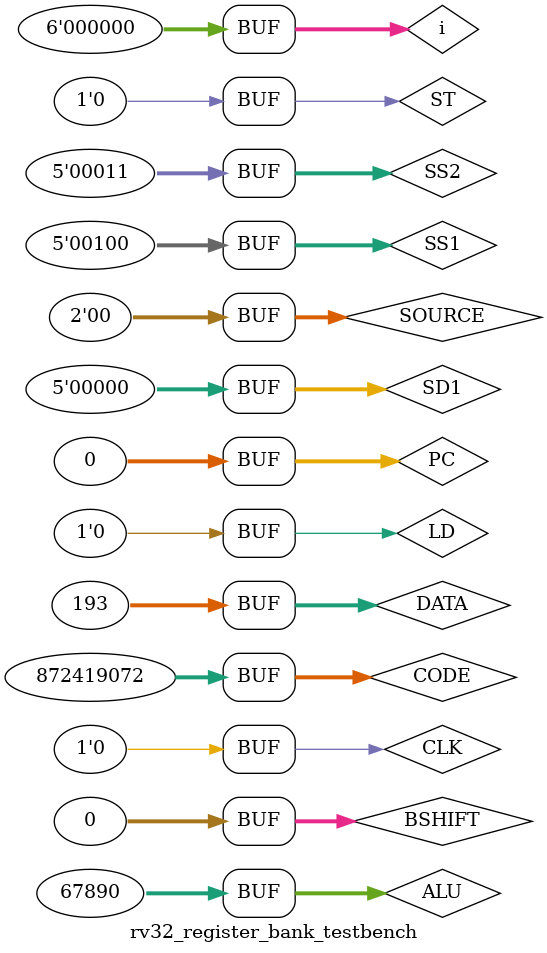
<source format=v>
`timescale 1ns / 1ps


module rv32_register_bank_testbench();

reg CLK;
reg LD;
reg ST;
reg [4:0] SS1;
reg [4:0] SS2;
reg [4:0] SD1;
reg [31:0] CODE;
wire [31:0] ADDR;
wire [31:0] RS1;
wire [31:0] RS2;
reg [31:0] ALU;
reg [31:0] BSHIFT;
reg [31:0] PC;
reg [31:0] DATA;
reg [1:0] SOURCE;
wire BUSY;

reg [5:0] i;

rv32_register_bank RB_TEST (
    .clk(CLK),
    .load(LD),
    .store(ST),
    .sel_s1(SS1),
    .sel_s2(SS2),
    .sel_d1(SD1),
    .code_bus(CODE),
    .data_addr_bus(ADDR),
    .reg_s1(RS1),
    .reg_s2(RS2),
    .alu_reg_d1(ALU),
    .bshift_reg_d1(BSHIFT),
    .pc_reg_d1(PC),
    .data_reg_d1(DATA),
    .source_sel_d1(SOURCE),
    .busy(BUSY));

initial
begin
    //Set up the Simulation.
    CLK <= 0;
    LD <= 0;    //Posedge input.
    ST <= 0;    //Posedge input.
    SS1 <= 0;
    SS2 <= 0;
    SD1 <= 0;    //Posedge input.
    CODE <= 0;
    ALU <= 0;       //Posedge input.
    BSHIFT <= 0;    //Posedge input.
    PC <= 0;        //Posedge input.
    DATA <= 0;      //Posedge input.
    SOURCE <= 0;    //Posedge input.
    i <= 0;
    #10;
    
    //Start Simulation 
    //ALU, PC, Barrel Shifter Sources tested and verified.
    //Loads and Stores will require a dummy instruction in order to successfully work. 
    /*
    for ( i = 0; i < 33; i = i + 1)
    begin
    CLK <= 1;
    #5;
    SOURCE <= 0;    //ALU Result.
    ALU <= 12345 + i;
    SD1 <= i;
    CLK <= 0;
    #5;
    
    SS1 <= i;
    CLK <= 1;
    #5;
    CLK <= 0;
    #5;
    end
    */
    /*
    for ( i = 0; i < 33; i = i + 1)
    begin
    CLK <= 1;
    #5;
    SOURCE <= 1;    //Barrel Shifter Output.
    BSHIFT <= 1 << i;
    SD1 <= i;
    CLK <= 0;
    #5;
    
    SS1 <= i;
    CLK <= 1;
    #5;
    CLK <= 0;
    #5;
    end
    */
    /*
    for ( i = 0; i < 33; i = i + 1)
    begin
    CLK <= 1;
    #5;
    SOURCE <= 2;    //PC Return Address.
    PC <= 11011 + i;
    SD1 <= i;
    CLK <= 0;
    #5;
    
    SS1 <= i;
    CLK <= 1;
    #5;
    CLK <= 0;
    #5;
    end
    */
    
    CLK <= 1;
    #5;
    SOURCE <= 0;    //ALU Result.
    ALU <= 12345;
    SD1 <= 1;
    CLK <= 0;
    CODE <= {12'd1564, {20{1'b0}}};
    #5;
      
    SS1 <= 1;
    CLK <= 1;
    #5;
    CLK <= 0;
    #5;
    
    CLK <= 1;
    #5;
    LD <= 1;
    SOURCE <= 3;
    SD1 <= 3;
    CLK <= 0;
    #5;
      
    CLK <= 1;
    #5;
    DATA <= 193;
    CLK <= 0;
    #5;
    
    CLK <= 1;
    #5;
    LD <= 0;
    SOURCE <= 0;
    SD1 <= 0;
    CLK <= 0;
    #5;
    
    SS2 <= 3;  
    CLK <= 1;
    #5;
    DATA <= 193;
    CLK <= 0;
    #5;
    
    CLK <= 1;
    #5;
    SOURCE <= 0;    //ALU Result.
    ALU <= 67890;
    SD1 <= 4;
    CLK <= 0;
    CODE <= {7'd564, 12'd0, 5'd62, 7'd0};
    #5;
      
    SS1 <= 4;
    CLK <= 1;
    #5;
    CLK <= 0;
    #5;
    
    CLK <= 1;
    #5;
    ST <= 1;
    SS2 <= 4;
    CLK <= 0;
    #5;
      
    CLK <= 1;
    #5;
    ST <= 0;
    CLK <= 0;
    #5;
    
    CLK <= 1;
    #5;
    LD <= 0;
    SOURCE <= 0;
    SD1 <= 0;
    CLK <= 0;
    #5;
    
    SS2 <= 3;  
    CLK <= 1;
    #5;
    DATA <= 193;
    CLK <= 0;
    #5;
    
end

endmodule

</source>
